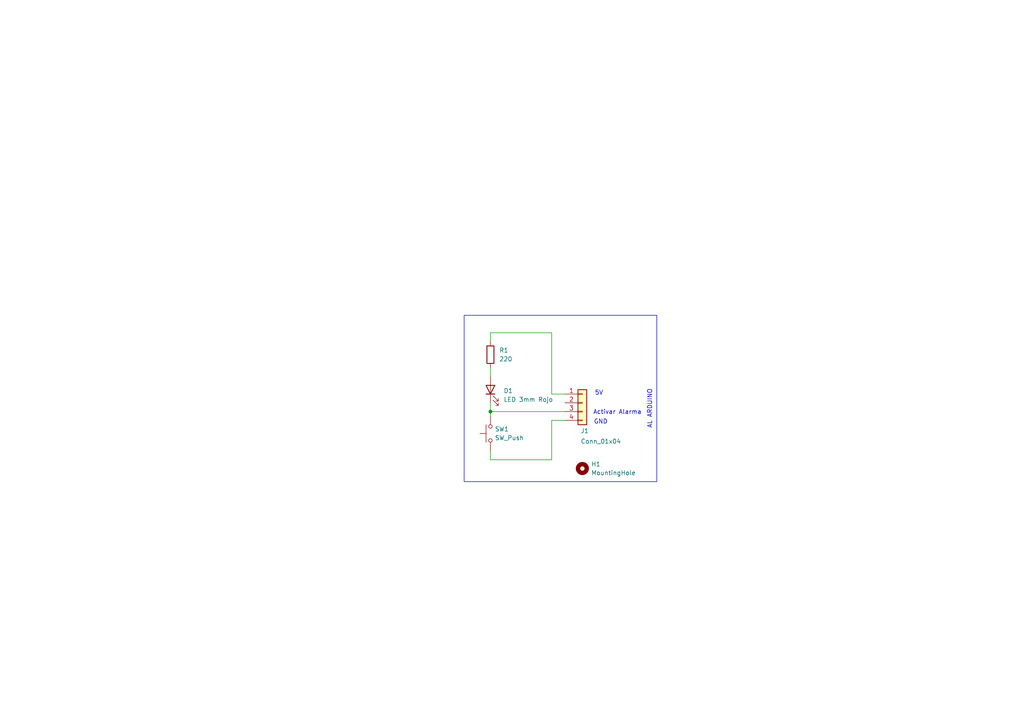
<source format=kicad_sch>
(kicad_sch (version 20231120) (generator "eeschema") (generator_version "8.0")
  (paper "A4")
  (title_block (title "KiCad Tour - Pulsador") (date "2024-10-05") (company "UNLaM - TIT1"))
  (lib_symbols
    (symbol "Connector_Generic:Conn_01x04" (pin_names (offset 1.016) hide)
      (property "Reference" "J" (at 0 5.08 0))
      (property "Value" "Conn_01x04" (at 0 -7.62 0))
      (symbol "Conn_01x04_1_1"
        (rectangle (start -1.27 -4.953) (end 0 -5.207) (stroke (width 0.1524)))
        (rectangle (start -1.27 -2.413) (end 0 -2.667) (stroke (width 0.1524)))
        (rectangle (start -1.27 0.127) (end 0 -0.127) (stroke (width 0.1524)))
        (rectangle (start -1.27 2.667) (end 0 2.413) (stroke (width 0.1524)))
        (rectangle (start -1.27 3.81) (end 1.27 -6.35) (stroke (width 0.254)) (fill (type background)))
        (pin passive line (at -5.08 2.54 0) (length 3.81) (name "Pin_1") (number "1"))
        (pin passive line (at -5.08 0 0) (length 3.81) (name "Pin_2") (number "2"))
        (pin passive line (at -5.08 -2.54 0) (length 3.81) (name "Pin_3") (number "3"))
        (pin passive line (at -5.08 -5.08 0) (length 3.81) (name "Pin_4") (number "4"))
      )
    )
    (symbol "Device:LED" (pin_numbers hide) (pin_names (offset 1.016) hide)
      (property "Reference" "D" (at 0 2.54 0))
      (property "Value" "LED" (at 0 -2.54 0))
      (symbol "LED_0_1"
        (polyline (pts (xy -1.27 -1.27) (xy -1.27 1.27)) (stroke (width 0.254)))
        (polyline (pts (xy -1.27 0) (xy 1.27 0)))
        (polyline (pts (xy 1.27 -1.27) (xy 1.27 1.27) (xy -1.27 0) (xy 1.27 -1.27)) (stroke (width 0.254)))
        (polyline (pts (xy -3.048 -0.762) (xy -4.572 -2.286) (xy -3.81 -2.286) (xy -4.572 -2.286) (xy -4.572 -1.524)))
        (polyline (pts (xy -1.778 -0.762) (xy -3.302 -2.286) (xy -2.54 -2.286) (xy -3.302 -2.286) (xy -3.302 -1.524)))
      )
      (symbol "LED_1_1"
        (pin passive line (at -3.81 0 0) (length 2.54) (name "K") (number "1"))
        (pin passive line (at 3.81 0 180) (length 2.54) (name "A") (number "2"))
      )
    )
    (symbol "Device:R" (pin_numbers hide) (pin_names (offset 0))
      (property "Reference" "R" (at 2.032 0 90))
      (property "Value" "R" (at 0 0 90))
      (symbol "R_0_1"
        (rectangle (start -1.016 -2.54) (end 1.016 2.54) (stroke (width 0.254)))
      )
      (symbol "R_1_1"
        (pin passive line (at 0 3.81 270) (length 1.27) (name "~") (number "1"))
        (pin passive line (at 0 -3.81 90) (length 1.27) (name "~") (number "2"))
      )
    )
    (symbol "Mechanical:MountingHole" (pin_names (offset 1.016)) (exclude_from_sim yes) (in_bom no)
      (property "Reference" "H" (at 0 5.08 0))
      (property "Value" "MountingHole" (at 0 3.175 0))
      (symbol "MountingHole_0_1"
        (circle (center 0 0) (radius 1.27) (stroke (width 1.27)))
      )
    )
    (symbol "Switch:SW_Push" (pin_numbers hide) (pin_names (offset 1.016) hide)
      (property "Reference" "SW" (at 1.27 2.54 0))
      (property "Value" "SW_Push" (at 0 -1.524 0))
      (symbol "SW_Push_0_1"
        (circle (center -2.032 0) (radius 0.508))
        (polyline (pts (xy 0 1.27) (xy 0 3.048)))
        (polyline (pts (xy 2.54 1.27) (xy -2.54 1.27)))
        (circle (center 2.032 0) (radius 0.508))
        (pin passive line (at -5.08 0 0) (length 2.54) (name "1") (number "1"))
        (pin passive line (at 5.08 0 180) (length 2.54) (name "2") (number "2"))
      )
    )
  )
  (junction (at 142.24 119.38))
  (wire (pts (xy 142.24 130.81) (xy 142.24 133.35)))
  (wire (pts (xy 142.24 119.38) (xy 142.24 120.65)))
  (wire (pts (xy 160.02 96.52) (xy 142.24 96.52)))
  (wire (pts (xy 160.02 121.92) (xy 163.83 121.92)))
  (wire (pts (xy 160.02 114.3) (xy 160.02 96.52)))
  (wire (pts (xy 142.24 119.38) (xy 163.83 119.38)))
  (wire (pts (xy 142.24 106.68) (xy 142.24 109.22)))
  (wire (pts (xy 142.24 96.52) (xy 142.24 99.06)))
  (wire (pts (xy 160.02 133.35) (xy 160.02 121.92)))
  (wire (pts (xy 142.24 116.84) (xy 142.24 119.38)))
  (wire (pts (xy 160.02 114.3) (xy 163.83 114.3)))
  (wire (pts (xy 142.24 133.35) (xy 160.02 133.35)))
  (rectangle (start 134.62 91.44) (end 190.5 139.7))
  (text "5V" (at 173.736 114.046 0) (effects (font (size 1.27 1.27))))
  (text "Activar Alarma" (at 179.07 119.634 0) (effects (font (size 1.27 1.27))))
  (text "AL ARDUINO" (at 188.468 118.618 90) (effects (font (size 1.27 1.27))))
  (text "GND" (at 174.244 122.428 0) (effects (font (size 1.27 1.27))))
  (symbol (lib_id "Device:LED") (at 142.24 113.03 90) (unit 1)
    (property "Reference" "D1" (at 146.05 113.3474 90) (effects (justify right)))
    (property "Value" "LED 3mm Rojo" (at 146.05 115.8874 90) (effects (justify right)))
    (property "Footprint" "LED_THT:LED_D3.0mm" (effects (hide yes)))
    (property "Description" "Light emitting diode" (effects (hide yes)))
  )
  (symbol (lib_id "Device:R") (at 142.24 102.87 0) (unit 1)
    (property "Reference" "R1" (at 144.78 101.5999 0) (effects (justify left)))
    (property "Value" "220" (at 144.78 104.1399 0) (effects (justify left)))
    (property "Footprint" "Resistor_THT:R_Axial_DIN0204_L3.6mm_D1.6mm_P7.62mm_Horizontal" (effects (hide yes)))
    (property "Description" "Resistor" (effects (hide yes)))
  )
  (symbol (lib_id "Switch:SW_Push") (at 142.24 125.73 90) (unit 1)
    (property "Reference" "SW1" (at 143.51 124.4599 90) (effects (justify right)))
    (property "Value" "SW_Push" (at 143.51 126.9999 90) (effects (justify right)))
    (property "Footprint" "Button_Switch_THT:SW_PUSH_6mm" (effects (hide yes)))
    (property "Description" "Push button switch, generic, two pins" (effects (hide yes)))
  )
  (symbol (lib_id "Mechanical:MountingHole") (at 168.91 135.89 0) (unit 1) (exclude_from_sim yes) (in_bom no)
    (property "Reference" "H1" (at 171.45 134.6199 0) (effects (justify left)))
    (property "Value" "MountingHole" (at 171.45 137.1599 0) (effects (justify left)))
    (property "Footprint" "MountingHole:MountingHole_2.2mm_M2" (effects (hide yes)))
    (property "Description" "Mounting Hole without connection" (effects (hide yes)))
  )
  (symbol (lib_id "Connector_Generic:Conn_01x04") (at 168.91 116.84 0) (unit 1)
    (property "Reference" "J1" (at 168.402 124.968 0) (effects (justify left)))
    (property "Value" "Conn_01x04" (at 168.402 128.016 0) (effects (justify left)))
    (property "Footprint" "Connector_PinHeader_2.54mm:PinHeader_1x04_P2.54mm_Vertical" (effects (hide yes)))
    (property "Description" "Generic connector, single row, 01x04, script generated (kicad-library-utils/schlib/autogen/connector/)" (effects (hide yes)))
  )
)
</source>
